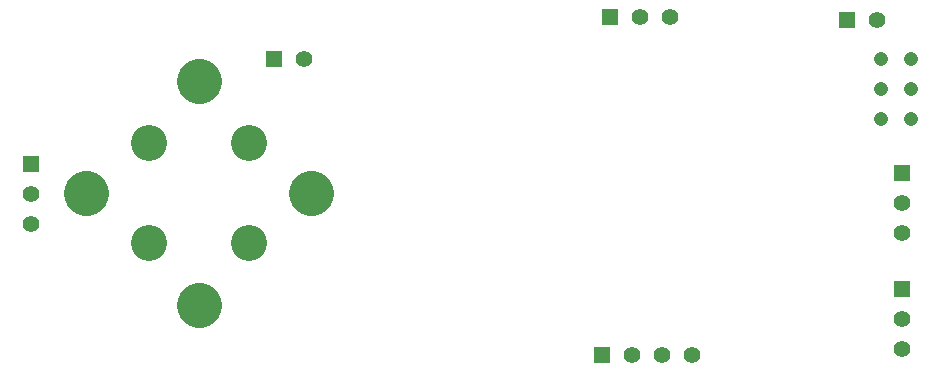
<source format=gbs>
G04 ( created by brdgerber.py ( brdgerber.py v0.1 2014-03-12 ) ) date 2021-04-12 03:08:53 EDT*
G04 Gerber Fmt 3.4, Leading zero omitted, Abs format*
%MOIN*%
%FSLAX34Y34*%
G01*
G70*
G90*
G04 APERTURE LIST*
%ADD21R,0.0800X0.0600*%
%ADD17R,0.0945X0.1575*%
%ADD23R,0.0760X0.2100*%
%ADD11R,0.0550X0.0550*%
%ADD10R,0.0866X0.0236*%
%ADD14R,0.0260X0.0800*%
%ADD20C,0.1500*%
%ADD12C,0.0550*%
%ADD25R,0.0600X0.0800*%
%ADD18R,0.0177X0.0787*%
%ADD19R,0.0787X0.0177*%
%ADD15R,0.0472X0.0275*%
%ADD13R,0.0629X0.0709*%
%ADD16R,0.0709X0.0629*%
%ADD24C,0.1200*%
%ADD22C,0.0471*%
G04 APERTURE END LIST*
G54D21*
D11*
X23300Y24500D03*
D12*
X24300Y24500D03*
D11*
X15150Y13350D03*
D12*
X16150Y13350D03*
D12*
X17150Y13350D03*
D12*
X18150Y13350D03*
D11*
X25150Y15550D03*
D12*
X25150Y14550D03*
D12*
X25150Y13550D03*
D11*
X15400Y24600D03*
D12*
X16400Y24600D03*
D12*
X17400Y24600D03*
D11*
X04200Y23200D03*
D12*
X05200Y23200D03*
D11*
X-03900Y19700D03*
D12*
X-03900Y18700D03*
D12*
X-03900Y17700D03*
D11*
X25150Y19400D03*
D12*
X25150Y18400D03*
D12*
X25150Y17400D03*
D20*
G01X05440Y18750D02*
G01X05440Y18750D01*
D20*
G01X01700Y22490D02*
G01X01700Y22490D01*
D20*
G01X-02040Y18750D02*
G01X-02040Y18750D01*
D20*
G01X01700Y15010D02*
G01X01700Y15010D01*
D22*
G01X24450Y23200D02*
G01X24450Y23200D01*
D22*
G01X25450Y23200D02*
G01X25450Y23200D01*
D22*
G01X24450Y22200D02*
G01X24450Y22200D01*
D22*
G01X25450Y22200D02*
G01X25450Y22200D01*
D22*
G01X24450Y21200D02*
G01X24450Y21200D01*
D22*
G01X25450Y21200D02*
G01X25450Y21200D01*
D24*
G01X00030Y17080D02*
G01X00030Y17080D01*
D24*
G01X03370Y17080D02*
G01X03370Y17080D01*
D24*
G01X03370Y20420D02*
G01X03370Y20420D01*
D24*
G01X00030Y20420D02*
G01X00030Y20420D01*
M02*

</source>
